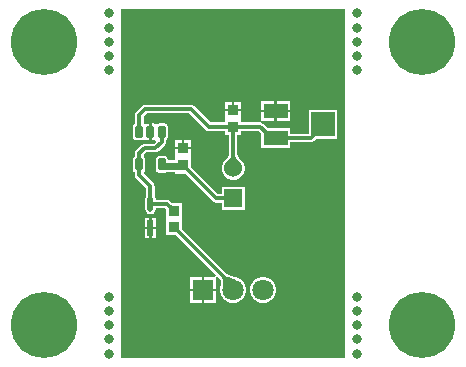
<source format=gbr>
%TF.GenerationSoftware,Altium Limited,Altium Designer,23.6.0 (18)*%
G04 Layer_Physical_Order=1*
G04 Layer_Color=255*
%FSLAX45Y45*%
%MOMM*%
%TF.SameCoordinates,57B8E715-CDE8-4F81-9698-3B096703D57B*%
%TF.FilePolarity,Positive*%
%TF.FileFunction,Copper,L1,Top,Signal*%
%TF.Part,Single*%
G01*
G75*
%TA.AperFunction,SMDPad,CuDef*%
G04:AMPARAMS|DCode=10|XSize=1.35523mm|YSize=0.47583mm|CornerRadius=0.23791mm|HoleSize=0mm|Usage=FLASHONLY|Rotation=90.000|XOffset=0mm|YOffset=0mm|HoleType=Round|Shape=RoundedRectangle|*
%AMROUNDEDRECTD10*
21,1,1.35523,0.00000,0,0,90.0*
21,1,0.87941,0.47583,0,0,90.0*
1,1,0.47583,0.00000,0.43970*
1,1,0.47583,0.00000,-0.43970*
1,1,0.47583,0.00000,-0.43970*
1,1,0.47583,0.00000,0.43970*
%
%ADD10ROUNDEDRECTD10*%
%ADD11R,0.47583X1.35523*%
%ADD12R,0.91213X0.95814*%
G04:AMPARAMS|DCode=13|XSize=0.6mm|YSize=1mm|CornerRadius=0.051mm|HoleSize=0mm|Usage=FLASHONLY|Rotation=0.000|XOffset=0mm|YOffset=0mm|HoleType=Round|Shape=RoundedRectangle|*
%AMROUNDEDRECTD13*
21,1,0.60000,0.89800,0,0,0.0*
21,1,0.49800,1.00000,0,0,0.0*
1,1,0.10200,0.24900,-0.44900*
1,1,0.10200,-0.24900,-0.44900*
1,1,0.10200,-0.24900,0.44900*
1,1,0.10200,0.24900,0.44900*
%
%ADD13ROUNDEDRECTD13*%
%ADD14R,0.91213X0.95872*%
%ADD15R,2.00660X1.29540*%
%ADD16R,2.00660X2.00660*%
%TA.AperFunction,Conductor*%
%ADD17C,0.30480*%
%ADD18C,0.60000*%
%TA.AperFunction,ComponentPad*%
%ADD19R,1.80000X1.80000*%
%ADD20C,1.80000*%
%ADD21C,1.52400*%
%ADD22R,1.52400X1.52400*%
%TA.AperFunction,WasherPad*%
%ADD23C,0.80000*%
%TA.AperFunction,ViaPad*%
%ADD24C,5.60000*%
%ADD25C,0.60000*%
G36*
X950000Y2979608D02*
Y20391D01*
X-950000Y20390D01*
Y2979608D01*
X950000Y2979608D01*
D02*
G37*
%LPC*%
G36*
X65906Y2188406D02*
X10150D01*
Y2130349D01*
X65906D01*
Y2188406D01*
D02*
G37*
G36*
X-10150D02*
X-65906D01*
Y2130349D01*
X-10150D01*
Y2188406D01*
D02*
G37*
G36*
X480630Y2200070D02*
X370150D01*
Y2125150D01*
X480630D01*
Y2200070D01*
D02*
G37*
G36*
X349850D02*
X239370D01*
Y2125150D01*
X349850D01*
Y2200070D01*
D02*
G37*
G36*
X480630Y2104850D02*
X370150D01*
Y2029930D01*
X480630D01*
Y2104850D01*
D02*
G37*
G36*
X349850D02*
X239370D01*
Y2029930D01*
X349850D01*
Y2104850D01*
D02*
G37*
G36*
X-580100Y2008297D02*
X-629900D01*
X-639811Y2006326D01*
X-643581Y2003807D01*
X-652500Y2001717D01*
X-661419Y2003807D01*
X-665190Y2006326D01*
X-675100Y2008297D01*
X-689850D01*
Y1937500D01*
Y1866703D01*
X-675100D01*
X-665190Y1868674D01*
X-661419Y1871193D01*
X-661125Y1871262D01*
X-657955Y1868664D01*
X-657156Y1851589D01*
X-672509Y1836236D01*
X-750000D01*
X-763867Y1833478D01*
X-775623Y1825623D01*
X-820623Y1780623D01*
X-828478Y1768867D01*
X-831236Y1755000D01*
Y1730374D01*
X-838212Y1725712D01*
X-843826Y1717311D01*
X-845797Y1707400D01*
Y1617600D01*
X-843826Y1607690D01*
X-838212Y1599288D01*
X-831236Y1594626D01*
Y1570000D01*
X-828478Y1556133D01*
X-820623Y1544377D01*
X-736236Y1459991D01*
Y1396650D01*
X-741533Y1388722D01*
X-744955Y1371518D01*
Y1283578D01*
X-741533Y1266374D01*
X-731788Y1251790D01*
X-717204Y1242045D01*
X-700000Y1238623D01*
X-682796Y1242045D01*
X-668212Y1251790D01*
X-658467Y1266374D01*
X-655045Y1283578D01*
Y1291312D01*
X-575934D01*
X-565906Y1281284D01*
Y1210708D01*
X-565907Y1201993D01*
X-565906Y1189292D01*
Y1061594D01*
X-483039D01*
X-144465Y723020D01*
X-149726Y710320D01*
X-153876Y710320D01*
X-243850D01*
Y610150D01*
X-143680D01*
Y699772D01*
X-143680Y704274D01*
X-130980Y709535D01*
X-110095Y688650D01*
X-109619Y688097D01*
X-107400Y684596D01*
X-105537Y680464D01*
X-104056Y675551D01*
X-103029Y669757D01*
X-102543Y663026D01*
X-102679Y655362D01*
X-103501Y646782D01*
X-105053Y637306D01*
X-107481Y626470D01*
X-107518Y624902D01*
X-110300Y614521D01*
Y585479D01*
X-102783Y557426D01*
X-88262Y532275D01*
X-67726Y511738D01*
X-42574Y497217D01*
X-14521Y489700D01*
X14521D01*
X42574Y497217D01*
X67726Y511738D01*
X88262Y532275D01*
X102783Y557426D01*
X110300Y585479D01*
Y614521D01*
X102783Y642574D01*
X88262Y667726D01*
X67726Y688262D01*
X42574Y702783D01*
X26828Y707002D01*
X25042Y707827D01*
X25032Y707828D01*
X25022Y707832D01*
X11204Y711145D01*
X-12815Y717714D01*
X-32097Y724185D01*
X-39552Y727193D01*
X-45843Y730125D01*
X-50723Y732813D01*
X-53907Y734953D01*
X-434094Y1115140D01*
Y1189292D01*
X-434093Y1198007D01*
X-434094Y1210708D01*
Y1338406D01*
X-516961D01*
X-531726Y1353171D01*
X-543482Y1361026D01*
X-557349Y1363784D01*
X-655045D01*
Y1371518D01*
X-658467Y1388722D01*
X-663764Y1396650D01*
Y1475000D01*
X-666522Y1488867D01*
X-674377Y1500623D01*
X-756807Y1583052D01*
X-755916Y1596530D01*
X-751788Y1599288D01*
X-746174Y1607690D01*
X-744202Y1617600D01*
Y1707400D01*
X-746174Y1717311D01*
X-751788Y1725712D01*
X-755915Y1728471D01*
X-756807Y1741947D01*
X-734991Y1763764D01*
X-657500D01*
X-643633Y1766522D01*
X-631877Y1774377D01*
X-579377Y1826877D01*
X-571522Y1838633D01*
X-568764Y1852500D01*
Y1869626D01*
X-561788Y1874288D01*
X-556174Y1882690D01*
X-554203Y1892600D01*
Y1982400D01*
X-556174Y1992310D01*
X-561788Y2000712D01*
X-570190Y2006326D01*
X-580100Y2008297D01*
D02*
G37*
G36*
X-359094Y1865906D02*
X-414850D01*
Y1807821D01*
X-359094D01*
Y1865906D01*
D02*
G37*
G36*
X-435150D02*
X-490906D01*
Y1807821D01*
X-435150D01*
Y1865906D01*
D02*
G37*
G36*
X-355000Y2166236D02*
X-746245D01*
X-760113Y2163478D01*
X-771868Y2155623D01*
X-820623Y2106868D01*
X-828478Y2095113D01*
X-831236Y2081246D01*
Y2005374D01*
X-838212Y2000712D01*
X-843826Y1992310D01*
X-845797Y1982400D01*
Y1892600D01*
X-843826Y1882690D01*
X-838212Y1874288D01*
X-829810Y1868674D01*
X-819900Y1866703D01*
X-770100D01*
X-760189Y1868674D01*
X-751788Y1874288D01*
X-743212D01*
X-734811Y1868674D01*
X-724900Y1866703D01*
X-710150D01*
Y1937500D01*
Y2008297D01*
X-724900D01*
X-734811Y2006326D01*
X-743212Y2000712D01*
X-747994D01*
X-758764Y2010523D01*
Y2066236D01*
X-731236Y2093764D01*
X-370010D01*
X-230423Y1954178D01*
X-218668Y1946322D01*
X-204801Y1943564D01*
X-65906D01*
Y1911594D01*
X-36236D01*
Y1743961D01*
X-36879Y1740597D01*
X-38141Y1736516D01*
X-40065Y1731946D01*
X-42713Y1726918D01*
X-46130Y1721469D01*
X-50188Y1715851D01*
X-61370Y1702791D01*
X-68118Y1695910D01*
X-69169Y1694302D01*
X-77219Y1686252D01*
X-89924Y1664248D01*
X-96500Y1639705D01*
Y1614295D01*
X-89924Y1589752D01*
X-77219Y1567748D01*
X-59252Y1549781D01*
X-37248Y1537076D01*
X-12705Y1530500D01*
X12705D01*
X37248Y1537076D01*
X59252Y1549781D01*
X77219Y1567748D01*
X89924Y1589752D01*
X96500Y1614295D01*
Y1639705D01*
X89924Y1664248D01*
X77219Y1686252D01*
X69323Y1694148D01*
X68420Y1695595D01*
X55216Y1709640D01*
X50344Y1715634D01*
X46131Y1721468D01*
X42714Y1726916D01*
X40065Y1731945D01*
X38141Y1736516D01*
X36879Y1740597D01*
X36236Y1743961D01*
Y1911594D01*
X65906D01*
Y1943564D01*
X215190D01*
X239370Y1919385D01*
Y1799930D01*
X480630D01*
Y1848764D01*
X657055D01*
X670922Y1851522D01*
X682678Y1859377D01*
X700533Y1877232D01*
X701961Y1879370D01*
X880630D01*
Y2120630D01*
X639370D01*
Y1921236D01*
X480630D01*
Y1970070D01*
X291176D01*
X255822Y2005423D01*
X244067Y2013278D01*
X230200Y2016037D01*
X74887D01*
X65906Y2025017D01*
X65907Y2048007D01*
X65906Y2060708D01*
Y2110050D01*
X0D01*
X-65906D01*
Y2060708D01*
X-65907Y2051993D01*
X-65906Y2039292D01*
Y2016037D01*
X-189791D01*
X-329378Y2155623D01*
X-341133Y2163478D01*
X-355000Y2166236D01*
D02*
G37*
G36*
X-359094Y1787521D02*
X-425000D01*
X-490906D01*
Y1733265D01*
X-490907Y1720565D01*
X-490906Y1716735D01*
Y1701285D01*
X-554203D01*
Y1707400D01*
X-556174Y1717311D01*
X-561788Y1725712D01*
X-570190Y1731326D01*
X-580100Y1733298D01*
X-629900D01*
X-639811Y1731326D01*
X-648212Y1725712D01*
X-653826Y1717311D01*
X-655798Y1707400D01*
Y1617600D01*
X-653826Y1607690D01*
X-648212Y1599288D01*
X-639811Y1593674D01*
X-629900Y1591703D01*
X-580100D01*
X-570190Y1593674D01*
X-562646Y1598715D01*
X-490906D01*
Y1584094D01*
X-408010D01*
X-171293Y1347377D01*
X-159538Y1339522D01*
X-145671Y1336764D01*
X-96500D01*
Y1276500D01*
X96500D01*
Y1469500D01*
X-96500D01*
Y1409236D01*
X-130661D01*
X-359094Y1637669D01*
Y1716735D01*
X-359093Y1729435D01*
X-359094Y1733265D01*
Y1787521D01*
D02*
G37*
G36*
X-655909Y1210513D02*
X-689850D01*
Y1132602D01*
X-655909D01*
Y1210513D01*
D02*
G37*
G36*
X-710150D02*
X-744091D01*
Y1132602D01*
X-710150D01*
Y1210513D01*
D02*
G37*
G36*
X-655909Y1112302D02*
X-689850D01*
Y1034390D01*
X-655909D01*
Y1112302D01*
D02*
G37*
G36*
X-710150D02*
X-744091D01*
Y1034390D01*
X-710150D01*
Y1112302D01*
D02*
G37*
G36*
X-264150Y710320D02*
X-364320D01*
Y610150D01*
X-264150D01*
Y710320D01*
D02*
G37*
G36*
X268521Y710300D02*
X239479D01*
X211426Y702783D01*
X186274Y688262D01*
X165738Y667726D01*
X151217Y642574D01*
X143700Y614521D01*
Y585479D01*
X151217Y557426D01*
X165738Y532275D01*
X186274Y511738D01*
X211426Y497217D01*
X239479Y489700D01*
X268521D01*
X296574Y497217D01*
X321726Y511738D01*
X342262Y532275D01*
X356783Y557426D01*
X364300Y585479D01*
Y614521D01*
X356783Y642574D01*
X342262Y667726D01*
X321726Y688262D01*
X296574Y702783D01*
X268521Y710300D01*
D02*
G37*
G36*
X-143680Y589850D02*
X-243850D01*
Y489680D01*
X-143680D01*
Y589850D01*
D02*
G37*
G36*
X-264150D02*
X-364320D01*
Y489680D01*
X-264150D01*
Y589850D01*
D02*
G37*
%LPD*%
G36*
X-66683Y718602D02*
X-61510Y715125D01*
X-55216Y711659D01*
X-47803Y708204D01*
X-39270Y704760D01*
X-18843Y697905D01*
X6063Y691094D01*
X20196Y687705D01*
X-87283Y621946D01*
X-84725Y633369D01*
X-82964Y644117D01*
X-81999Y654190D01*
X-81832Y663589D01*
X-82462Y672313D01*
X-83888Y680363D01*
X-86112Y687737D01*
X-89133Y694437D01*
X-92951Y700463D01*
X-97566Y705813D01*
X-70737Y722090D01*
X-66683Y718602D01*
D02*
G37*
G36*
X15621Y1741570D02*
X16764Y1735585D01*
X18669Y1729425D01*
X21336Y1723090D01*
X24765Y1716581D01*
X28956Y1709898D01*
X33909Y1703040D01*
X39624Y1696007D01*
X53340Y1681418D01*
X-53340D01*
X-46101Y1688800D01*
X-33909Y1703040D01*
X-28956Y1709898D01*
X-24765Y1716581D01*
X-21336Y1723090D01*
X-18669Y1729425D01*
X-16764Y1735585D01*
X-15621Y1741570D01*
X-15240Y1747381D01*
X15240D01*
X15621Y1741570D01*
D02*
G37*
D10*
X-700000Y1327548D02*
D03*
D11*
Y1122452D02*
D03*
D12*
X-500000Y1129800D02*
D03*
Y1270199D02*
D03*
X0Y1979800D02*
D03*
Y2120199D02*
D03*
D13*
X-605000Y1662500D02*
D03*
X-795000D02*
D03*
Y1937500D02*
D03*
X-700000D02*
D03*
X-605000D02*
D03*
D14*
X-425000Y1797671D02*
D03*
Y1652329D02*
D03*
D15*
X360000Y2115000D02*
D03*
Y1885000D02*
D03*
D16*
X760000Y2000000D02*
D03*
D17*
X674910Y1914910D02*
X760000Y2000000D01*
X674910Y1902855D02*
Y1914910D01*
X657055Y1885000D02*
X674910Y1902855D01*
X450000Y1885000D02*
X657055D01*
X324440D02*
X360000D01*
X274910Y1934530D02*
X324440Y1885000D01*
X230200Y1979800D02*
X274910Y1935090D01*
Y1934530D02*
Y1935090D01*
X0Y1979800D02*
X230200D01*
X414440Y1885000D02*
X450000D01*
X-795000Y1937500D02*
Y2081246D01*
X-746245Y2130000D02*
X-355000D01*
X-795000Y2081246D02*
X-746245Y2130000D01*
X-355000D02*
X-204801Y1979800D01*
X-700000Y1327548D02*
Y1475000D01*
X-795000Y1570000D02*
Y1755000D01*
Y1570000D02*
X-700000Y1475000D01*
X-750000Y1800000D02*
X-657500D01*
X-795000Y1755000D02*
X-750000Y1800000D01*
X-657500D02*
X-605000Y1852500D01*
X-204801Y1979800D02*
X0D01*
X-500000Y1127500D02*
Y1129800D01*
Y1127500D02*
X-469633Y1097133D01*
X-467333D01*
X0Y629800D01*
Y600000D02*
Y629800D01*
X-700000Y1327548D02*
X-557349D01*
X-532667Y1302867D01*
X-530367D01*
X-500000Y1272500D01*
Y1270199D02*
Y1272500D01*
X-605000Y1852500D02*
Y1937500D01*
X0Y1627000D02*
Y1979800D01*
X-425000Y1650000D02*
Y1652329D01*
Y1650000D02*
X-394633Y1619634D01*
X-392304D01*
X-145671Y1373000D01*
X0D01*
X-427329Y1650000D02*
X-425000Y1652329D01*
X-605000Y1662500D02*
X-592500Y1650000D01*
D18*
X-525000D02*
X-427329D01*
X-592500D02*
X-525000D01*
D19*
X-254000Y600000D02*
D03*
D20*
X0D02*
D03*
X254000D02*
D03*
D21*
X0Y1627000D02*
D03*
D22*
Y1373000D02*
D03*
D23*
X1050042Y2939997D02*
D03*
Y2819997D02*
D03*
Y2699997D02*
D03*
Y2579997D02*
D03*
Y2459997D02*
D03*
X-1049958Y2940000D02*
D03*
Y2820000D02*
D03*
Y2700000D02*
D03*
Y2580000D02*
D03*
Y2460000D02*
D03*
X1050000Y540000D02*
D03*
Y420000D02*
D03*
Y300000D02*
D03*
Y180000D02*
D03*
Y60000D02*
D03*
X-1050000D02*
D03*
Y180000D02*
D03*
Y300000D02*
D03*
Y420000D02*
D03*
Y540000D02*
D03*
D24*
X1600040Y2699998D02*
D03*
X-1599957Y2700000D02*
D03*
X1599999Y300001D02*
D03*
X-1600000Y300000D02*
D03*
D25*
X-700000Y1000000D02*
D03*
X-520000Y1800000D02*
D03*
X-700000Y2030000D02*
D03*
X360000Y2240000D02*
D03*
X0Y2225000D02*
D03*
X-525000Y1650000D02*
D03*
%TF.MD5,b75165084b25ecf014984cc79cec0074*%
M02*

</source>
